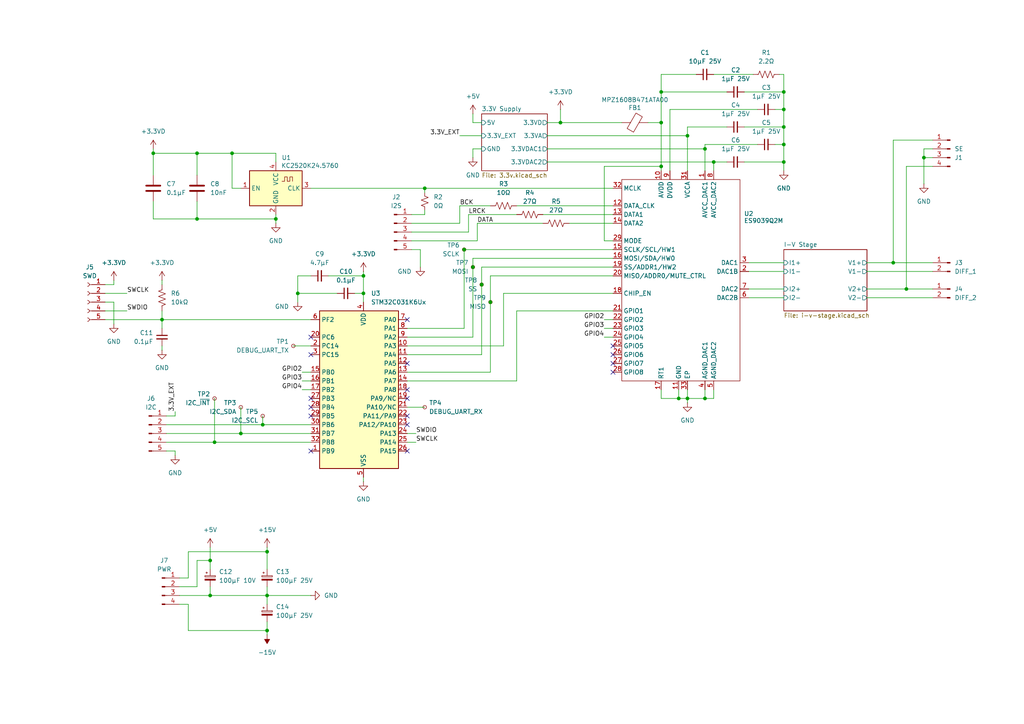
<source format=kicad_sch>
(kicad_sch (version 20231120) (generator "eeschema") (generator_version "8.0")
  (paper "A4")
  (lib_symbols
    (symbol "BW_Active:ES9039Q2M"
      (property "Reference" "U" (at -22.098 34.036 0))
      (property "Value" "ES9039Q2M" (at -22.098 31.75 0))
      (symbol "ES9039Q2M_0_0"
        (pin power_in line (at 5.08 31.75 270) (length 2.54) (name "AVCC_DAC1") (number "1"))
        (pin power_in line (at -7.62 31.75 270) (length 2.54) (name "AVDD") (number "10"))
        (pin power_in line (at -2.54 -31.75 90) (length 2.54) (name "GND") (number "11"))
        (pin bidirectional line (at -21.59 21.59 0) (length 2.54) (name "DATA_CLK") (number "12"))
        (pin bidirectional line (at -21.59 19.05 0) (length 2.54) (name "DATA1") (number "13"))
        (pin input line (at -21.59 16.51 0) (length 2.54) (name "DATA2") (number "14"))
        (pin input line (at -21.59 8.89 0) (length 2.54) (name "SCLK/SCL/HW1") (number "15"))
        (pin input line (at -21.59 6.35 0) (length 2.54) (name "MOSI/SDA/HW0") (number "16"))
        (pin input line (at -7.62 -31.75 90) (length 2.54) (name "RT1") (number "17"))
        (pin input line (at -21.59 -3.81 0) (length 2.54) (name "CHIP_EN") (number "18"))
        (pin input line (at -21.59 3.81 0) (length 2.54) (name "SS/ADDR1/HW2") (number "19"))
        (pin output line (at 17.78 2.54 180) (length 2.54) (name "DAC1B") (number "2"))
        (pin input line (at -21.59 1.27 0) (length 2.54) (name "MISO/ADDR0/MUTE_CTRL") (number "20"))
        (pin bidirectional line (at -21.59 -8.89 0) (length 2.54) (name "GPIO1") (number "21"))
        (pin bidirectional line (at -21.59 -11.43 0) (length 2.54) (name "GPIO2") (number "22"))
        (pin bidirectional line (at -21.59 -13.97 0) (length 2.54) (name "GPIO3") (number "23"))
        (pin bidirectional line (at -21.59 -16.51 0) (length 2.54) (name "GPIO4") (number "24"))
        (pin bidirectional line (at -21.59 -19.05 0) (length 2.54) (name "GPIO5") (number "25"))
        (pin bidirectional line (at -21.59 -21.59 0) (length 2.54) (name "GPIO6") (number "26"))
        (pin bidirectional line (at -21.59 -24.13 0) (length 2.54) (name "GPIO7") (number "27"))
        (pin bidirectional line (at -21.59 -26.67 0) (length 2.54) (name "GPIO8") (number "28"))
        (pin input line (at -21.59 11.43 0) (length 2.54) (name "MODE") (number "29"))
        (pin output line (at 17.78 5.08 180) (length 2.54) (name "DAC1") (number "3"))
        (pin passive line (at -2.54 -31.75 90) (length 2.54) hide (name "GND") (number "30"))
        (pin power_in line (at 0 31.75 270) (length 2.54) (name "VCCA") (number "31"))
        (pin input line (at -21.59 26.67 0) (length 2.54) (name "MCLK") (number "32"))
        (pin passive line (at 0 -31.75 90) (length 2.54) (name "EP") (number "33"))
        (pin power_in line (at 5.08 -31.75 90) (length 2.54) (name "AGND_DAC1") (number "4"))
        (pin power_in line (at 7.62 -31.75 90) (length 2.54) (name "AGND_DAC2") (number "5"))
        (pin output line (at 17.78 -5.08 180) (length 2.54) (name "DAC2B") (number "6"))
        (pin output line (at 17.78 -2.54 180) (length 2.54) (name "DAC2") (number "7"))
        (pin power_in line (at 7.62 31.75 270) (length 2.54) (name "AVCC_DAC2") (number "8"))
        (pin passive line (at -5.08 31.75 270) (length 2.54) (name "DVDD") (number "9"))
      )
      (symbol "ES9039Q2M_0_1"
        (rectangle (start -19.05 29.21) (end 15.24 -29.21))
      )
    )
    (symbol "BW_Active:KC2520K"
      (property "Reference" "U" (at 2.54 12.7 0))
      (property "Value" "KC2520K" (at 6.35 10.16 0))
      (symbol "KC2520K_0_1"
        (rectangle (start -7.62 5.08) (end 7.62 -5.08) (stroke (width 0.254)) (fill (type background)))
      )
      (symbol "KC2520K_1_1"
        (polyline (pts (xy 1.778 2.032) (xy 2.54 2.032) (xy 2.54 3.302) (xy 3.302 3.302) (xy 3.302 2.032) (xy 4.064 2.032) (xy 4.064 3.302) (xy 4.826 3.302) (xy 4.826 2.032)))
        (pin input line (at -10.16 0 0) (length 2.54) (name "EN") (number "1"))
        (pin power_in line (at 0 -7.62 90) (length 2.54) (name "GND") (number "2"))
        (pin output line (at 10.16 0 180) (length 2.54) (name "CLK") (number "3"))
        (pin power_in line (at 0 7.62 270) (length 2.54) (name "VCC") (number "4"))
      )
    )
    (symbol "Connector:Conn_01x02_Pin" (pin_names (offset 1.016) hide)
      (property "Reference" "J" (at 0 2.54 0))
      (property "Value" "Conn_01x02_Pin" (at 0 -5.08 0))
      (symbol "Conn_01x02_Pin_1_1"
        (polyline (pts (xy 1.27 -2.54) (xy 0.8636 -2.54)) (stroke (width 0.1524)))
        (polyline (pts (xy 1.27 0) (xy 0.8636 0)) (stroke (width 0.1524)))
        (rectangle (start 0.8636 -2.413) (end 0 -2.667) (stroke (width 0.1524)) (fill (type outline)))
        (rectangle (start 0.8636 0.127) (end 0 -0.127) (stroke (width 0.1524)) (fill (type outline)))
        (pin passive line (at 5.08 0 180) (length 3.81) (name "Pin_1") (number "1"))
        (pin passive line (at 5.08 -2.54 180) (length 3.81) (name "Pin_2") (number "2"))
      )
    )
    (symbol "Connector:Conn_01x04_Pin" (pin_names (offset 1.016) hide)
      (property "Reference" "J" (at 0 5.08 0))
      (property "Value" "Conn_01x04_Pin" (at 0 -7.62 0))
      (symbol "Conn_01x04_Pin_1_1"
        (polyline (pts (xy 1.27 -5.08) (xy 0.8636 -5.08)) (stroke (width 0.1524)))
        (polyline (pts (xy 1.27 -2.54) (xy 0.8636 -2.54)) (stroke (width 0.1524)))
        (polyline (pts (xy 1.27 0) (xy 0.8636 0)) (stroke (width 0.1524)))
        (polyline (pts (xy 1.27 2.54) (xy 0.8636 2.54)) (stroke (width 0.1524)))
        (rectangle (start 0.8636 -4.953) (end 0 -5.207) (stroke (width 0.1524)) (fill (type outline)))
        (rectangle (start 0.8636 -2.413) (end 0 -2.667) (stroke (width 0.1524)) (fill (type outline)))
        (rectangle (start 0.8636 0.127) (end 0 -0.127) (stroke (width 0.1524)) (fill (type outline)))
        (rectangle (start 0.8636 2.667) (end 0 2.413) (stroke (width 0.1524)) (fill (type outline)))
        (pin passive line (at 5.08 2.54 180) (length 3.81) (name "Pin_1") (number "1"))
        (pin passive line (at 5.08 0 180) (length 3.81) (name "Pin_2") (number "2"))
        (pin passive line (at 5.08 -2.54 180) (length 3.81) (name "Pin_3") (number "3"))
        (pin passive line (at 5.08 -5.08 180) (length 3.81) (name "Pin_4") (number "4"))
      )
    )
    (symbol "Connector:Conn_01x05_Pin" (pin_names (offset 1.016) hide)
      (property "Reference" "J" (at 0 7.62 0))
      (property "Value" "Conn_01x05_Pin" (at 0 -7.62 0))
      (symbol "Conn_01x05_Pin_1_1"
        (polyline (pts (xy 1.27 -5.08) (xy 0.8636 -5.08)) (stroke (width 0.1524)))
        (polyline (pts (xy 1.27 -2.54) (xy 0.8636 -2.54)) (stroke (width 0.1524)))
        (polyline (pts (xy 1.27 0) (xy 0.8636 0)) (stroke (width 0.1524)))
        (polyline (pts (xy 1.27 2.54) (xy 0.8636 2.54)) (stroke (width 0.1524)))
        (polyline (pts (xy 1.27 5.08) (xy 0.8636 5.08)) (stroke (width 0.1524)))
        (rectangle (start 0.8636 -4.953) (end 0 -5.207) (stroke (width 0.1524)) (fill (type outline)))
        (rectangle (start 0.8636 -2.413) (end 0 -2.667) (stroke (width 0.1524)) (fill (type outline)))
        (rectangle (start 0.8636 0.127) (end 0 -0.127) (stroke (width 0.1524)) (fill (type outline)))
        (rectangle (start 0.8636 2.667) (end 0 2.413) (stroke (width 0.1524)) (fill (type outline)))
        (rectangle (start 0.8636 5.207) (end 0 4.953) (stroke (width 0.1524)) (fill (type outline)))
        (pin passive line (at 5.08 5.08 180) (length 3.81) (name "Pin_1") (number "1"))
        (pin passive line (at 5.08 2.54 180) (length 3.81) (name "Pin_2") (number "2"))
        (pin passive line (at 5.08 0 180) (length 3.81) (name "Pin_3") (number "3"))
        (pin passive line (at 5.08 -2.54 180) (length 3.81) (name "Pin_4") (number "4"))
        (pin passive line (at 5.08 -5.08 180) (length 3.81) (name "Pin_5") (number "5"))
      )
    )
    (symbol "Connector:Conn_01x05_Socket" (pin_names (offset 1.016) hide)
      (property "Reference" "J" (at 0 7.62 0))
      (property "Value" "Conn_01x05_Socket" (at 0 -7.62 0))
      (symbol "Conn_01x05_Socket_1_1"
        (arc (start 0 -4.572) (mid -0.5058 -5.08) (end 0 -5.588) (stroke (width 0.1524)))
        (arc (start 0 -2.032) (mid -0.5058 -2.54) (end 0 -3.048) (stroke (width 0.1524)))
        (polyline (pts (xy -1.27 -5.08) (xy -0.508 -5.08)) (stroke (width 0.1524)))
        (polyline (pts (xy -1.27 -2.54) (xy -0.508 -2.54)) (stroke (width 0.1524)))
        (polyline (pts (xy -1.27 0) (xy -0.508 0)) (stroke (width 0.1524)))
        (polyline (pts (xy -1.27 2.54) (xy -0.508 2.54)) (stroke (width 0.1524)))
        (polyline (pts (xy -1.27 5.08) (xy -0.508 5.08)) (stroke (width 0.1524)))
        (arc (start 0 0.508) (mid -0.5058 0) (end 0 -0.508) (stroke (width 0.1524)))
        (arc (start 0 3.048) (mid -0.5058 2.54) (end 0 2.032) (stroke (width 0.1524)))
        (arc (start 0 5.588) (mid -0.5058 5.08) (end 0 4.572) (stroke (width 0.1524)))
        (pin passive line (at -5.08 5.08 0) (length 3.81) (name "Pin_1") (number "1"))
        (pin passive line (at -5.08 2.54 0) (length 3.81) (name "Pin_2") (number "2"))
        (pin passive line (at -5.08 0 0) (length 3.81) (name "Pin_3") (number "3"))
        (pin passive line (at -5.08 -2.54 0) (length 3.81) (name "Pin_4") (number "4"))
        (pin passive line (at -5.08 -5.08 0) (length 3.81) (name "Pin_5") (number "5"))
      )
    )
    (symbol "Connector:TestPoint_Small" (pin_numbers hide) (pin_names (offset 0.762) hide)
      (property "Reference" "TP" (at 0 3.81 0))
      (property "Value" "TestPoint_Small" (at 0 2.032 0))
      (symbol "TestPoint_Small_0_1"
        (circle (center 0 0) (radius 0.508))
      )
      (symbol "TestPoint_Small_1_1"
        (pin passive line (at 0 0 90) (length 0) (name "1") (number "1"))
      )
    )
    (symbol "Device:C" (pin_numbers hide) (pin_names (offset 0.254))
      (property "Reference" "C" (at 0.635 2.54 0))
      (property "Value" "C" (at 0.635 -2.54 0))
      (symbol "C_0_1"
        (polyline (pts (xy -2.032 -0.762) (xy 2.032 -0.762)) (stroke (width 0.508)))
        (polyline (pts (xy -2.032 0.762) (xy 2.032 0.762)) (stroke (width 0.508)))
      )
      (symbol "C_1_1"
        (pin passive line (at 0 3.81 270) (length 2.794) (name "~") (number "1"))
        (pin passive line (at 0 -3.81 90) (length 2.794) (name "~") (number "2"))
      )
    )
    (symbol "Device:C_Polarized_Small" (pin_numbers hide) (pin_names (offset 0.254) hide)
      (property "Reference" "C" (at 0.254 1.778 0))
      (property "Value" "C_Polarized_Small" (at 0.254 -2.032 0))
      (symbol "C_Polarized_Small_0_1"
        (rectangle (start -1.524 -0.3048) (end 1.524 -0.6858) (fill (type outline)))
        (rectangle (start -1.524 0.6858) (end 1.524 0.3048))
        (polyline (pts (xy -1.27 1.524) (xy -0.762 1.524)))
        (polyline (pts (xy -1.016 1.27) (xy -1.016 1.778)))
      )
      (symbol "C_Polarized_Small_1_1"
        (pin passive line (at 0 2.54 270) (length 1.8542) (name "~") (number "1"))
        (pin passive line (at 0 -2.54 90) (length 1.8542) (name "~") (number "2"))
      )
    )
    (symbol "Device:C_Small" (pin_numbers hide) (pin_names (offset 0.254) hide)
      (property "Reference" "C" (at 0.254 1.778 0))
      (property "Value" "C_Small" (at 0.254 -2.032 0))
      (symbol "C_Small_0_1"
        (polyline (pts (xy -1.524 -0.508) (xy 1.524 -0.508)) (stroke (width 0.3302)))
        (polyline (pts (xy -1.524 0.508) (xy 1.524 0.508)) (stroke (width 0.3048)))
      )
      (symbol "C_Small_1_1"
        (pin passive line (at 0 2.54 270) (length 2.032) (name "~") (number "1"))
        (pin passive line (at 0 -2.54 90) (length 2.032) (name "~") (number "2"))
      )
    )
    (symbol "Device:FerriteBead" (pin_numbers hide) (pin_names (offset 0))
      (property "Reference" "FB" (at -3.81 0.635 90))
      (property "Value" "FerriteBead" (at 3.81 0 90))
      (symbol "FerriteBead_0_1"
        (polyline (pts (xy 0 -1.27) (xy 0 -1.2192)))
        (polyline (pts (xy 0 1.27) (xy 0 1.2954)))
        (polyline (pts (xy -2.7686 0.4064) (xy -1.7018 2.2606) (xy 2.7686 -0.3048) (xy 1.6764 -2.159) (xy -2.7686 0.4064)))
      )
      (symbol "FerriteBead_1_1"
        (pin passive line (at 0 3.81 270) (length 2.54) (name "~") (number "1"))
        (pin passive line (at 0 -3.81 90) (length 2.54) (name "~") (number "2"))
      )
    )
    (symbol "Device:R_Small_US" (pin_numbers hide) (pin_names (offset 0.254) hide)
      (property "Reference" "R" (at 0.762 0.508 0))
      (property "Value" "R_Small_US" (at 0.762 -1.016 0))
      (symbol "R_Small_US_1_1"
        (polyline (pts (xy 0 0) (xy 1.016 -0.381) (xy 0 -0.762) (xy -1.016 -1.143) (xy 0 -1.524)))
        (polyline (pts (xy 0 1.524) (xy 1.016 1.143) (xy 0 0.762) (xy -1.016 0.381) (xy 0 0)))
        (pin passive line (at 0 2.54 270) (length 1.016) (name "~") (number "1"))
        (pin passive line (at 0 -2.54 90) (length 1.016) (name "~") (number "2"))
      )
    )
    (symbol "Device:R_US" (pin_numbers hide) (pin_names (offset 0))
      (property "Reference" "R" (at 2.54 0 90))
      (property "Value" "R_US" (at -2.54 0 90))
      (symbol "R_US_0_1"
        (polyline (pts (xy 0 -2.286) (xy 0 -2.54)))
        (polyline (pts (xy 0 2.286) (xy 0 2.54)))
        (polyline (pts (xy 0 -0.762) (xy 1.016 -1.143) (xy 0 -1.524) (xy -1.016 -1.905) (xy 0 -2.286)))
        (polyline (pts (xy 0 0.762) (xy 1.016 0.381) (xy 0 0) (xy -1.016 -0.381) (xy 0 -0.762)))
        (polyline (pts (xy 0 2.286) (xy 1.016 1.905) (xy 0 1.524) (xy -1.016 1.143) (xy 0 0.762)))
      )
      (symbol "R_US_1_1"
        (pin passive line (at 0 3.81 270) (length 1.27) (name "~") (number "1"))
        (pin passive line (at 0 -3.81 90) (length 1.27) (name "~") (number "2"))
      )
    )
    (symbol "MCU_ST_STM32C0:STM32C031K6Ux"
      (property "Reference" "U" (at -10.16 24.13 0))
      (property "Value" "STM32C031K6Ux" (at 5.08 24.13 0))
      (symbol "STM32C031K6Ux_0_1"
        (rectangle (start -10.16 -22.86) (end 12.7 22.86) (stroke (width 0.254)) (fill (type background)))
      )
      (symbol "STM32C031K6Ux_1_1"
        (pin bidirectional line (at -12.7 -17.78 0) (length 2.54) (name "PB9") (number "1"))
        (pin bidirectional line (at 15.24 12.7 180) (length 2.54) (name "PA3") (number "10"))
        (pin bidirectional line (at 15.24 10.16 180) (length 2.54) (name "PA4") (number "11"))
        (pin bidirectional line (at 15.24 7.62 180) (length 2.54) (name "PA5") (number "12"))
        (pin bidirectional line (at 15.24 5.08 180) (length 2.54) (name "PA6") (number "13"))
        (pin bidirectional line (at 15.24 2.54 180) (length 2.54) (name "PA7") (number "14"))
        (pin bidirectional line (at -12.7 5.08 0) (length 2.54) (name "PB0") (number "15"))
        (pin bidirectional line (at -12.7 2.54 0) (length 2.54) (name "PB1") (number "16"))
        (pin bidirectional line (at -12.7 0 0) (length 2.54) (name "PB2") (number "17"))
        (pin bidirectional line (at 15.24 0 180) (length 2.54) (name "PA8") (number "18"))
        (pin bidirectional line (at 15.24 -2.54 180) (length 2.54) (name "PA9/NC") (number "19"))
        (pin bidirectional line (at -12.7 12.7 0) (length 2.54) (name "PC14") (number "2"))
        (pin bidirectional line (at -12.7 15.24 0) (length 2.54) (name "PC6") (number "20"))
        (pin bidirectional line (at 15.24 -5.08 180) (length 2.54) (name "PA10/NC") (number "21"))
        (pin bidirectional line (at 15.24 -7.62 180) (length 2.54) (name "PA11/PA9") (number "22"))
        (pin bidirectional line (at 15.24 -10.16 180) (length 2.54) (name "PA12/PA10") (number "23"))
        (pin bidirectional line (at 15.24 -12.7 180) (length 2.54) (name "PA13") (number "24"))
        (pin bidirectional line (at 15.24 -15.24 180) (length 2.54) (name "PA14") (number "25"))
        (pin bidirectional line (at 15.24 -17.78 180) (length 2.54) (name "PA15") (number "26"))
        (pin bidirectional line (at -12.7 -2.54 0) (length 2.54) (name "PB3") (number "27"))
        (pin bidirectional line (at -12.7 -5.08 0) (length 2.54) (name "PB4") (number "28"))
        (pin bidirectional line (at -12.7 -7.62 0) (length 2.54) (name "PB5") (number "29"))
        (pin bidirectional line (at -12.7 10.16 0) (length 2.54) (name "PC15") (number "3"))
        (pin bidirectional line (at -12.7 -10.16 0) (length 2.54) (name "PB6") (number "30"))
        (pin bidirectional line (at -12.7 -12.7 0) (length 2.54) (name "PB7") (number "31"))
        (pin bidirectional line (at -12.7 -15.24 0) (length 2.54) (name "PB8") (number "32"))
        (pin passive line (at 2.54 -25.4 90) (length 2.54) hide (name "VSS") (number "33"))
        (pin power_in line (at 2.54 25.4 270) (length 2.54) (name "VDD") (number "4"))
        (pin power_in line (at 2.54 -25.4 90) (length 2.54) (name "VSS") (number "5"))
        (pin bidirectional line (at -12.7 20.32 0) (length 2.54) (name "PF2") (number "6"))
        (pin bidirectional line (at 15.24 20.32 180) (length 2.54) (name "PA0") (number "7"))
        (pin bidirectional line (at 15.24 17.78 180) (length 2.54) (name "PA1") (number "8"))
        (pin bidirectional line (at 15.24 15.24 180) (length 2.54) (name "PA2") (number "9"))
      )
    )
    (symbol "power:+15V" (power) (pin_numbers hide) (pin_names (offset 0) hide)
      (property "Value" "+15V" (at 0 3.556 0))
      (symbol "+15V_0_1"
        (polyline (pts (xy -0.762 1.27) (xy 0 2.54)))
        (polyline (pts (xy 0 0) (xy 0 2.54)))
        (polyline (pts (xy 0 2.54) (xy 0.762 1.27)))
      )
      (symbol "+15V_1_1"
        (pin power_in line (at 0 0 90) (length 0) (name "~") (number "1"))
      )
    )
    (symbol "power:+3.3V" (power) (pin_numbers hide) (pin_names (offset 0) hide)
      (property "Value" "+3.3V" (at 0 3.556 0))
      (symbol "+3.3V_0_1"
        (polyline (pts (xy -0.762 1.27) (xy 0 2.54)))
        (polyline (pts (xy 0 0) (xy 0 2.54)))
        (polyline (pts (xy 0 2.54) (xy 0.762 1.27)))
      )
      (symbol "+3.3V_1_1"
        (pin power_in line (at 0 0 90) (length 0) (name "~") (number "1"))
      )
    )
    (symbol "power:+5V" (power) (pin_numbers hide) (pin_names (offset 0) hide)
      (property "Value" "+5V" (at 0 3.556 0))
      (symbol "+5V_0_1"
        (polyline (pts (xy -0.762 1.27) (xy 0 2.54)))
        (polyline (pts (xy 0 0) (xy 0 2.54)))
        (polyline (pts (xy 0 2.54) (xy 0.762 1.27)))
      )
      (symbol "+5V_1_1"
        (pin power_in line (at 0 0 90) (length 0) (name "~") (number "1"))
      )
    )
    (symbol "power:-15V" (power) (pin_numbers hide) (pin_names (offset 0) hide)
      (property "Value" "-15V" (at 0 3.556 0))
      (symbol "-15V_0_0"
        (pin power_in line (at 0 0 90) (length 0) (name "~") (number "1"))
      )
      (symbol "-15V_0_1"
        (polyline (pts (xy 0 0) (xy 0 1.27) (xy 0.762 1.27) (xy 0 2.54) (xy -0.762 1.27) (xy 0 1.27)) (fill (type outline)))
      )
    )
    (symbol "power:GND" (power) (pin_numbers hide) (pin_names (offset 0) hide)
      (property "Value" "GND" (at 0 -3.81 0))
      (symbol "GND_0_1"
        (polyline (pts (xy 0 0) (xy 0 -1.27) (xy 1.27 -1.27) (xy 0 -2.54) (xy -1.27 -1.27) (xy 0 -1.27)))
      )
      (symbol "GND_1_1"
        (pin power_in line (at 0 0 270) (length 0) (name "~") (number "1"))
      )
    )
  )
  (junction (at 227.33 41.91))
  (junction (at 199.39 39.37))
  (junction (at 134.62 72.39))
  (junction (at 137.16 77.47))
  (junction (at 207.01 46.99))
  (junction (at 105.41 80.01))
  (junction (at 46.99 92.71))
  (junction (at 191.77 48.26))
  (junction (at 191.77 35.56))
  (junction (at 199.39 115.57))
  (junction (at 60.96 172.72))
  (junction (at 139.7 82.55))
  (junction (at 227.33 36.83))
  (junction (at 123.19 54.61))
  (junction (at 80.01 63.5))
  (junction (at 77.47 182.88))
  (junction (at 44.45 44.45))
  (junction (at 76.2 123.19))
  (junction (at 86.36 85.09))
  (junction (at 105.41 85.09))
  (junction (at 62.23 128.27))
  (junction (at 69.85 125.73))
  (junction (at 142.24 87.63))
  (junction (at 57.15 44.45))
  (junction (at 204.47 43.18))
  (junction (at 262.89 83.82))
  (junction (at 162.56 35.56))
  (junction (at 227.33 26.67))
  (junction (at 67.31 44.45))
  (junction (at 57.15 63.5))
  (junction (at 259.08 76.2))
  (junction (at 191.77 26.67))
  (junction (at 227.33 31.75))
  (junction (at 204.47 115.57))
  (junction (at 196.85 115.57))
  (junction (at 267.97 45.72))
  (junction (at 60.96 162.56))
  (junction (at 227.33 46.99))
  (junction (at 77.47 160.02))
  (junction (at 77.47 172.72))
  (no_connect (at 90.17 102.87))
  (no_connect (at 90.17 130.81))
  (no_connect (at 118.11 105.41))
  (no_connect (at 177.8 105.41))
  (no_connect (at 90.17 115.57))
  (no_connect (at 177.8 102.87))
  (no_connect (at 118.11 130.81))
  (no_connect (at 118.11 92.71))
  (no_connect (at 90.17 97.79))
  (no_connect (at 177.8 107.95))
  (no_connect (at 90.17 118.11))
  (no_connect (at 118.11 120.65))
  (no_connect (at 118.11 123.19))
  (no_connect (at 90.17 120.65))
  (no_connect (at 118.11 115.57))
  (no_connect (at 118.11 113.03))
  (no_connect (at 177.8 100.33))
  (wire (pts (xy 217.17 86.36) (xy 227.33 86.36)))
  (wire (pts (xy 77.47 158.75) (xy 77.47 160.02)))
  (wire (pts (xy 175.26 69.85) (xy 175.26 48.26)))
  (wire (pts (xy 175.26 48.26) (xy 191.77 48.26)))
  (wire (pts (xy 118.11 97.79) (xy 137.16 97.79)))
  (wire (pts (xy 118.11 102.87) (xy 139.7 102.87)))
  (wire (pts (xy 86.36 80.01) (xy 90.17 80.01)))
  (wire (pts (xy 207.01 46.99) (xy 210.82 46.99)))
  (wire (pts (xy 139.7 77.47) (xy 177.8 77.47)))
  (wire (pts (xy 204.47 41.91) (xy 219.71 41.91)))
  (wire (pts (xy 57.15 58.42) (xy 57.15 63.5)))
  (wire (pts (xy 60.96 172.72) (xy 77.47 172.72)))
  (wire (pts (xy 207.01 115.57) (xy 204.47 115.57)))
  (wire (pts (xy 118.11 110.49) (xy 149.86 110.49)))
  (wire (pts (xy 118.11 118.11) (xy 123.19 118.11)))
  (wire (pts (xy 204.47 49.53) (xy 204.47 43.18)))
  (wire (pts (xy 95.25 80.01) (xy 105.41 80.01)))
  (wire (pts (xy 105.41 80.01) (xy 105.41 85.09)))
  (wire (pts (xy 191.77 49.53) (xy 191.77 48.26)))
  (wire (pts (xy 137.16 35.56) (xy 139.7 35.56)))
  (wire (pts (xy 57.15 50.8) (xy 57.15 44.45)))
  (wire (pts (xy 77.47 172.72) (xy 77.47 175.26)))
  (wire (pts (xy 251.46 78.74) (xy 270.51 78.74)))
  (wire (pts (xy 251.46 86.36) (xy 270.51 86.36)))
  (wire (pts (xy 267.97 43.18) (xy 267.97 45.72)))
  (wire (pts (xy 102.87 85.09) (xy 105.41 85.09)))
  (wire (pts (xy 30.48 92.71) (xy 46.99 92.71)))
  (wire (pts (xy 175.26 92.71) (xy 177.8 92.71)))
  (wire (pts (xy 227.33 41.91) (xy 227.33 46.99)))
  (wire (pts (xy 105.41 78.74) (xy 105.41 80.01)))
  (wire (pts (xy 76.2 120.65) (xy 76.2 123.19)))
  (wire (pts (xy 137.16 43.18) (xy 139.7 43.18)))
  (wire (pts (xy 48.26 125.73) (xy 69.85 125.73)))
  (wire (pts (xy 54.61 175.26) (xy 54.61 182.88)))
  (wire (pts (xy 60.96 162.56) (xy 60.96 165.1)))
  (wire (pts (xy 191.77 35.56) (xy 191.77 26.67)))
  (wire (pts (xy 158.75 46.99) (xy 207.01 46.99)))
  (wire (pts (xy 86.36 85.09) (xy 86.36 80.01)))
  (wire (pts (xy 175.26 97.79) (xy 177.8 97.79)))
  (wire (pts (xy 57.15 162.56) (xy 60.96 162.56)))
  (wire (pts (xy 36.83 85.09) (xy 30.48 85.09)))
  (wire (pts (xy 48.26 120.65) (xy 50.8 120.65)))
  (wire (pts (xy 137.16 77.47) (xy 137.16 74.93)))
  (wire (pts (xy 142.24 80.01) (xy 177.8 80.01)))
  (wire (pts (xy 177.8 69.85) (xy 175.26 69.85)))
  (wire (pts (xy 251.46 83.82) (xy 262.89 83.82)))
  (wire (pts (xy 121.92 72.39) (xy 119.38 72.39)))
  (wire (pts (xy 199.39 113.03) (xy 199.39 115.57)))
  (wire (pts (xy 149.86 59.69) (xy 177.8 59.69)))
  (wire (pts (xy 191.77 48.26) (xy 191.77 35.56)))
  (wire (pts (xy 52.07 172.72) (xy 60.96 172.72)))
  (wire (pts (xy 207.01 21.59) (xy 218.44 21.59)))
  (wire (pts (xy 262.89 83.82) (xy 270.51 83.82)))
  (wire (pts (xy 224.79 31.75) (xy 227.33 31.75)))
  (wire (pts (xy 48.26 128.27) (xy 62.23 128.27)))
  (wire (pts (xy 262.89 48.26) (xy 270.51 48.26)))
  (wire (pts (xy 142.24 87.63) (xy 142.24 80.01)))
  (wire (pts (xy 77.47 182.88) (xy 77.47 180.34)))
  (wire (pts (xy 267.97 45.72) (xy 270.51 45.72)))
  (wire (pts (xy 121.92 72.39) (xy 121.92 77.47)))
  (wire (pts (xy 267.97 45.72) (xy 267.97 53.34)))
  (wire (pts (xy 135.89 62.23) (xy 135.89 67.31)))
  (wire (pts (xy 162.56 31.75) (xy 162.56 35.56)))
  (wire (pts (xy 86.36 87.63) (xy 86.36 85.09)))
  (wire (pts (xy 204.47 43.18) (xy 204.47 41.91)))
  (wire (pts (xy 133.35 64.77) (xy 133.35 59.69)))
  (wire (pts (xy 123.19 54.61) (xy 177.8 54.61)))
  (wire (pts (xy 134.62 72.39) (xy 177.8 72.39)))
  (wire (pts (xy 119.38 67.31) (xy 135.89 67.31)))
  (wire (pts (xy 259.08 40.64) (xy 270.51 40.64)))
  (wire (pts (xy 77.47 170.18) (xy 77.47 172.72)))
  (wire (pts (xy 48.26 130.81) (xy 50.8 130.81)))
  (wire (pts (xy 54.61 160.02) (xy 54.61 167.64)))
  (wire (pts (xy 48.26 123.19) (xy 76.2 123.19)))
  (wire (pts (xy 137.16 43.18) (xy 137.16 45.72)))
  (wire (pts (xy 118.11 95.25) (xy 134.62 95.25)))
  (wire (pts (xy 80.01 46.99) (xy 80.01 44.45)))
  (wire (pts (xy 57.15 63.5) (xy 80.01 63.5)))
  (wire (pts (xy 137.16 33.02) (xy 137.16 35.56)))
  (wire (pts (xy 165.1 64.77) (xy 177.8 64.77)))
  (wire (pts (xy 158.75 35.56) (xy 162.56 35.56)))
  (wire (pts (xy 217.17 83.82) (xy 227.33 83.82)))
  (wire (pts (xy 191.77 26.67) (xy 210.82 26.67)))
  (wire (pts (xy 158.75 43.18) (xy 204.47 43.18)))
  (wire (pts (xy 134.62 95.25) (xy 134.62 72.39)))
  (wire (pts (xy 196.85 113.03) (xy 196.85 115.57)))
  (wire (pts (xy 60.96 170.18) (xy 60.96 172.72)))
  (wire (pts (xy 227.33 31.75) (xy 227.33 36.83)))
  (wire (pts (xy 44.45 58.42) (xy 44.45 63.5)))
  (wire (pts (xy 46.99 92.71) (xy 46.99 95.25)))
  (wire (pts (xy 52.07 175.26) (xy 54.61 175.26)))
  (wire (pts (xy 44.45 43.18) (xy 44.45 44.45)))
  (wire (pts (xy 227.33 46.99) (xy 215.9 46.99)))
  (wire (pts (xy 215.9 26.67) (xy 227.33 26.67)))
  (wire (pts (xy 54.61 160.02) (xy 77.47 160.02)))
  (wire (pts (xy 251.46 76.2) (xy 259.08 76.2)))
  (wire (pts (xy 50.8 130.81) (xy 50.8 132.08)))
  (wire (pts (xy 137.16 97.79) (xy 137.16 77.47)))
  (wire (pts (xy 60.96 158.75) (xy 60.96 162.56)))
  (wire (pts (xy 90.17 54.61) (xy 123.19 54.61)))
  (wire (pts (xy 227.33 49.53) (xy 227.33 46.99)))
  (wire (pts (xy 77.47 160.02) (xy 77.47 165.1)))
  (wire (pts (xy 199.39 36.83) (xy 210.82 36.83)))
  (wire (pts (xy 262.89 48.26) (xy 262.89 83.82)))
  (wire (pts (xy 199.39 115.57) (xy 196.85 115.57)))
  (wire (pts (xy 191.77 115.57) (xy 196.85 115.57)))
  (wire (pts (xy 146.05 100.33) (xy 146.05 85.09)))
  (wire (pts (xy 69.85 118.11) (xy 69.85 125.73)))
  (wire (pts (xy 33.02 87.63) (xy 33.02 93.98)))
  (wire (pts (xy 204.47 113.03) (xy 204.47 115.57)))
  (wire (pts (xy 191.77 21.59) (xy 201.93 21.59)))
  (wire (pts (xy 118.11 125.73) (xy 120.65 125.73)))
  (wire (pts (xy 46.99 92.71) (xy 90.17 92.71)))
  (wire (pts (xy 76.2 123.19) (xy 90.17 123.19)))
  (wire (pts (xy 217.17 76.2) (xy 227.33 76.2)))
  (wire (pts (xy 123.19 60.96) (xy 123.19 62.23)))
  (wire (pts (xy 149.86 110.49) (xy 149.86 90.17)))
  (wire (pts (xy 33.02 82.55) (xy 30.48 82.55)))
  (wire (pts (xy 226.06 21.59) (xy 227.33 21.59)))
  (wire (pts (xy 227.33 36.83) (xy 227.33 41.91)))
  (wire (pts (xy 207.01 113.03) (xy 207.01 115.57)))
  (wire (pts (xy 187.96 35.56) (xy 191.77 35.56)))
  (wire (pts (xy 87.63 107.95) (xy 90.17 107.95)))
  (wire (pts (xy 54.61 182.88) (xy 77.47 182.88)))
  (wire (pts (xy 123.19 62.23) (xy 119.38 62.23)))
  (wire (pts (xy 62.23 115.57) (xy 62.23 128.27)))
  (wire (pts (xy 80.01 62.23) (xy 80.01 63.5)))
  (wire (pts (xy 87.63 110.49) (xy 90.17 110.49)))
  (wire (pts (xy 142.24 107.95) (xy 142.24 87.63)))
  (wire (pts (xy 52.07 170.18) (xy 57.15 170.18)))
  (wire (pts (xy 44.45 44.45) (xy 57.15 44.45)))
  (wire (pts (xy 77.47 182.88) (xy 77.47 184.15)))
  (wire (pts (xy 67.31 54.61) (xy 69.85 54.61)))
  (wire (pts (xy 86.36 85.09) (xy 97.79 85.09)))
  (wire (pts (xy 194.31 31.75) (xy 219.71 31.75)))
  (wire (pts (xy 227.33 26.67) (xy 227.33 31.75)))
  (wire (pts (xy 57.15 170.18) (xy 57.15 162.56)))
  (wire (pts (xy 123.19 54.61) (xy 123.19 55.88)))
  (wire (pts (xy 191.77 113.03) (xy 191.77 115.57)))
  (wire (pts (xy 119.38 64.77) (xy 133.35 64.77)))
  (wire (pts (xy 33.02 81.28) (xy 33.02 82.55)))
  (wire (pts (xy 191.77 21.59) (xy 191.77 26.67)))
  (wire (pts (xy 139.7 102.87) (xy 139.7 82.55)))
  (wire (pts (xy 146.05 85.09) (xy 177.8 85.09)))
  (wire (pts (xy 44.45 44.45) (xy 44.45 50.8)))
  (wire (pts (xy 77.47 172.72) (xy 90.17 172.72)))
  (wire (pts (xy 30.48 87.63) (xy 33.02 87.63)))
  (wire (pts (xy 119.38 69.85) (xy 138.43 69.85)))
  (wire (pts (xy 224.79 41.91) (xy 227.33 41.91)))
  (wire (pts (xy 217.17 78.74) (xy 227.33 78.74)))
  (wire (pts (xy 62.23 128.27) (xy 90.17 128.27)))
  (wire (pts (xy 46.99 90.17) (xy 46.99 92.71)))
  (wire (pts (xy 199.39 49.53) (xy 199.39 39.37)))
  (wire (pts (xy 80.01 63.5) (xy 80.01 64.77)))
  (wire (pts (xy 138.43 64.77) (xy 157.48 64.77)))
  (wire (pts (xy 46.99 100.33) (xy 46.99 101.6)))
  (wire (pts (xy 175.26 95.25) (xy 177.8 95.25)))
  (wire (pts (xy 207.01 49.53) (xy 207.01 46.99)))
  (wire (pts (xy 87.63 113.03) (xy 90.17 113.03)))
  (wire (pts (xy 46.99 81.28) (xy 46.99 82.55)))
  (wire (pts (xy 118.11 107.95) (xy 142.24 107.95)))
  (wire (pts (xy 67.31 44.45) (xy 67.31 54.61)))
  (wire (pts (xy 133.35 59.69) (xy 142.24 59.69)))
  (wire (pts (xy 69.85 125.73) (xy 90.17 125.73)))
  (wire (pts (xy 85.09 100.33) (xy 90.17 100.33)))
  (wire (pts (xy 44.45 63.5) (xy 57.15 63.5)))
  (wire (pts (xy 105.41 85.09) (xy 105.41 87.63)))
  (wire (pts (xy 194.31 49.53) (xy 194.31 31.75)))
  (wire (pts (xy 215.9 36.83) (xy 227.33 36.83)))
  (wire (pts (xy 137.16 74.93) (xy 177.8 74.93)))
  (wire (pts (xy 139.7 82.55) (xy 139.7 77.47)))
  (wire (pts (xy 133.35 39.37) (xy 139.7 39.37)))
  (wire (pts (xy 259.08 40.64) (xy 259.08 76.2)))
  (wire (pts (xy 162.56 35.56) (xy 180.34 35.56)))
  (wire (pts (xy 80.01 44.45) (xy 67.31 44.45)))
  (wire (pts (xy 135.89 62.23) (xy 149.86 62.23)))
  (wire (pts (xy 118.11 128.27) (xy 120.65 128.27)))
  (wire (pts (xy 36.83 90.17) (xy 30.48 90.17)))
  (wire (pts (xy 199.39 39.37) (xy 199.39 36.83)))
  (wire (pts (xy 50.8 120.65) (xy 50.8 119.38)))
  (wire (pts (xy 54.61 167.64) (xy 52.07 167.64)))
  (wire (pts (xy 199.39 115.57) (xy 199.39 116.84)))
  (wire (pts (xy 157.48 62.23) (xy 177.8 62.23)))
  (wire (pts (xy 259.08 76.2) (xy 270.51 76.2)))
  (wire (pts (xy 105.41 138.43) (xy 105.41 139.7)))
  (wire (pts (xy 57.15 44.45) (xy 67.31 44.45)))
  (wire (pts (xy 138.43 69.85) (xy 138.43 64.77)))
  (wire (pts (xy 267.97 43.18) (xy 270.51 43.18)))
  (wire (pts (xy 149.86 90.17) (xy 177.8 90.17)))
  (wire (pts (xy 158.75 39.37) (xy 199.39 39.37)))
  (wire (pts (xy 118.11 100.33) (xy 146.05 100.33)))
  (wire (pts (xy 227.33 21.59) (xy 227.33 26.67)))
  (wire (pts (xy 204.47 115.57) (xy 199.39 115.57)))
  (label "3.3V_EXT" (at 50.8 119.38 90))
  (label "BCK" (at 133.35 59.69 0))
  (label "3.3V_EXT" (at 133.35 39.37 180))
  (label "GPIO2" (at 87.63 107.95 180))
  (label "GPIO3" (at 87.63 110.49 180))
  (label "SWCLK" (at 36.83 85.09 0))
  (label "GPIO3" (at 175.26 95.25 180))
  (label "GPIO4" (at 175.26 97.79 180))
  (label "SWCLK" (at 120.65 128.27 0))
  (label "SWDIO" (at 120.65 125.73 0))
  (label "LRCK" (at 135.89 62.23 0))
  (label "GPIO4" (at 87.63 113.03 180))
  (label "GPIO2" (at 175.26 92.71 180))
  (label "DATA" (at 138.43 64.77 0))
  (label "SWDIO" (at 36.83 90.17 0))
  (symbol (lib_id "Connector:TestPoint_Small") (at 69.85 118.11 0) (mirror y) (unit 1)
    (property "Reference" "TP3" (at 68.58 116.8399 0) (effects (justify left)))
    (property "Value" "I2C_SDA" (at 68.58 119.3799 0) (effects (justify left)))
    (property "Footprint" "BW_PassiveMechanical:TP_0603_1608Metric_Fused" (effects (hide yes)))
    (property "Description" "test point" (effects (hide yes)))
  )
  (symbol (lib_id "power:GND") (at 80.01 64.77 0) (unit 1)
    (property "Reference" "#PWR07" (effects (hide yes)))
    (property "Value" "GND" (at 80.01 69.85 0))
    (property "Description" "Power symbol creates a global label with name \"GND\" , ground" (effects (hide yes)))
  )
  (symbol (lib_id "Connector:Conn_01x02_Pin") (at 275.59 76.2 0) (mirror y) (unit 1)
    (property "Reference" "J3" (at 276.86 76.1999 0) (effects (justify right)))
    (property "Value" "DIFF_1" (at 276.86 78.7399 0) (effects (justify right)))
    (property "Footprint" "BW_Connectors:Amphenol_MINITEK_0.8_2P_V" (effects (hide yes)))
    (property "Description" "Generic connector, single row, 01x02, script generated" (effects (hide yes)))
  )
  (symbol (lib_id "Connector:TestPoint_Small") (at 142.24 87.63 0) (mirror y) (unit 1)
    (property "Reference" "TP9" (at 140.97 86.3599 0) (effects (justify left)))
    (property "Value" "MISO" (at 140.97 88.8999 0) (effects (justify left)))
    (property "Footprint" "BW_PassiveMechanical:TP_0603_1608Metric_Fused" (effects (hide yes)))
    (property "Description" "test point" (effects (hide yes)))
  )
  (symbol (lib_id "Device:C_Polarized_Small") (at 60.96 167.64 0) (unit 1)
    (property "Reference" "C12" (at 63.5 165.8238 0) (effects (justify left)))
    (property "Value" "100µF 10V" (at 63.5 168.3638 0) (effects (justify left)))
    (property "Footprint" "Capacitor_THT:CP_Radial_D6.3mm_P2.50mm" (effects (hide yes)))
    (property "Description" "Polarized capacitor, small symbol" (effects (hide yes)))
  )
  (symbol (lib_id "Device:R_Small_US") (at 123.19 58.42 180) (unit 1)
    (property "Reference" "R2" (at 125.73 57.1499 0) (effects (justify right)))
    (property "Value" "0Ω" (at 125.73 59.6899 0) (effects (justify right)))
    (property "Footprint" "Resistor_SMD:R_0603_1608Metric" (effects (hide yes)))
    (property "Description" "Resistor, small US symbol" (effects (hide yes)))
  )
  (symbol (lib_id "power:+3.3V") (at 105.41 78.74 0) (mirror y) (unit 1)
    (property "Reference" "#PWR09" (effects (hide yes)))
    (property "Value" "+3.3VD" (at 105.41 73.66 0))
    (property "Description" "Power symbol creates a global label with name \"+3.3V\"" (effects (hide yes)))
  )
  (symbol (lib_id "BW_Active:ES9039Q2M") (at 199.39 81.28 0) (unit 1)
    (property "Reference" "U2" (at 217.17 61.976 0))
    (property "Value" "ES9039Q2M" (at 221.488 64.008 0))
    (property "Footprint" "BW_Active:QFN-32-1EP_5x5mm_P0.5mm_EP3.2x3.2mm" (effects (hide yes)))
    (property "Datasheet" "https://www.esstech.com/wp-content/uploads/2023/03/ES9039Q2M_Datasheet_v0.1.3.pdf" (effects (hide yes)))
    (property "Description" "High performance 32-bit 2-channel audio DAC" (effects (hide yes)))
  )
  (symbol (lib_id "Device:R_US") (at 222.25 21.59 270) (unit 1)
    (property "Reference" "R1" (at 222.25 15.24 90))
    (property "Value" "2.2Ω" (at 222.25 17.78 90))
    (property "Footprint" "Resistor_SMD:R_0603_1608Metric" (effects (hide yes)))
    (property "Description" "Resistor, US symbol" (effects (hide yes)))
  )
  (symbol (lib_id "power:+5V") (at 60.96 158.75 0) (unit 1)
    (property "Reference" "#PWR018" (effects (hide yes)))
    (property "Value" "+5V" (at 60.96 153.67 0))
    (property "Description" "Power symbol creates a global label with name \"+5V\"" (effects (hide yes)))
  )
  (symbol (lib_id "power:GND") (at 267.97 53.34 0) (unit 1)
    (property "Reference" "#PWR06" (effects (hide yes)))
    (property "Value" "GND" (at 267.97 58.42 0))
    (property "Description" "Power symbol creates a global label with name \"GND\" , ground" (effects (hide yes)))
  )
  (symbol (lib_id "Connector:Conn_01x04_Pin") (at 46.99 170.18 0) (unit 1)
    (property "Reference" "J7" (at 47.625 162.56 0))
    (property "Value" "PWR" (at 47.625 165.1 0))
    (property "Footprint" "BW_Connectors:Amphenol_MINITEK_WTB_1.25_4P_V" (effects (hide yes)))
    (property "Description" "Generic connector, single row, 01x04, script generated" (effects (hide yes)))
  )
  (symbol (lib_id "Connector:Conn_01x02_Pin") (at 275.59 83.82 0) (mirror y) (unit 1)
    (property "Reference" "J4" (at 276.86 83.8199 0) (effects (justify right)))
    (property "Value" "DIFF_2" (at 276.86 86.3599 0) (effects (justify right)))
    (property "Footprint" "BW_Connectors:Amphenol_MINITEK_0.8_2P_V" (effects (hide yes)))
    (property "Description" "Generic connector, single row, 01x02, script generated" (effects (hide yes)))
  )
  (symbol (lib_id "power:GND") (at 199.39 116.84 0) (unit 1)
    (property "Reference" "#PWR015" (effects (hide yes)))
    (property "Value" "GND" (at 199.39 121.92 0))
    (property "Description" "Power symbol creates a global label with name \"GND\" , ground" (effects (hide yes)))
  )
  (symbol (lib_id "power:GND") (at 137.16 45.72 0) (unit 1)
    (property "Reference" "#PWR04" (effects (hide yes)))
    (property "Value" "GND" (at 137.16 50.8 0))
    (property "Description" "Power symbol creates a global label with name \"GND\" , ground" (effects (hide yes)))
  )
  (symbol (lib_id "power:-15V") (at 77.47 184.15 180) (unit 1)
    (property "Reference" "#PWR021" (effects (hide yes)))
    (property "Value" "-15V" (at 77.47 189.23 0))
    (property "Description" "Power symbol creates a global label with name \"-15V\"" (effects (hide yes)))
  )
  (symbol (lib_id "Device:FerriteBead") (at 184.15 35.56 90) (unit 1)
    (property "Reference" "FB1" (at 184.15 31.242 90))
    (property "Value" "MPZ1608B471ATA00" (at 184.15 28.956 90))
    (property "Footprint" "Inductor_SMD:L_0603_1608Metric" (effects (hide yes)))
    (property "Description" "Ferrite bead" (effects (hide yes)))
  )
  (symbol (lib_id "Device:C_Small") (at 46.99 97.79 0) (mirror y) (unit 1)
    (property "Reference" "C11" (at 44.45 96.5262 0) (effects (justify left)))
    (property "Value" "0.1µF" (at 44.45 99.0662 0) (effects (justify left)))
    (property "Footprint" "Capacitor_SMD:C_0603_1608Metric" (effects (hide yes)))
    (property "Description" "Unpolarized capacitor, small symbol" (effects (hide yes)))
  )
  (symbol (lib_id "power:GND") (at 105.41 139.7 0) (unit 1)
    (property "Reference" "#PWR017" (effects (hide yes)))
    (property "Value" "GND" (at 105.41 144.78 0))
    (property "Description" "Power symbol creates a global label with name \"GND\" , ground" (effects (hide yes)))
  )
  (symbol (lib_id "Device:C_Small") (at 213.36 36.83 90) (unit 1)
    (property "Reference" "C4" (at 213.3663 30.48 90))
    (property "Value" "1µF 25V" (at 213.3663 33.02 90))
    (property "Footprint" "Capacitor_SMD:C_0603_1608Metric" (effects (hide yes)))
    (property "Description" "Unpolarized capacitor, small symbol" (effects (hide yes)))
  )
  (symbol (lib_id "Connector:TestPoint_Small") (at 76.2 120.65 0) (mirror y) (unit 1)
    (property "Reference" "TP5" (at 74.93 119.3799 0) (effects (justify left)))
    (property "Value" "I2C_SCL" (at 74.93 121.9199 0) (effects (justify left)))
    (property "Footprint" "BW_PassiveMechanical:TP_0603_1608Metric_Fused" (effects (hide yes)))
    (property "Description" "test point" (effects (hide yes)))
  )
  (symbol (lib_id "Connector:Conn_01x04_Pin") (at 275.59 43.18 0) (mirror y) (unit 1)
    (property "Reference" "J1" (at 276.86 45.7201 0) (effects (justify right)))
    (property "Value" "SE" (at 276.86 43.1801 0) (effects (justify right)))
    (property "Footprint" "BW_Connectors:Amphenol_MINITEK_0.8_4P_V" (effects (hide yes)))
    (property "Description" "Generic connector, single row, 01x04, script generated" (effects (hide yes)))
  )
  (symbol (lib_id "Device:C_Small") (at 92.71 80.01 90) (unit 1)
    (property "Reference" "C9" (at 92.7163 73.66 90))
    (property "Value" "4.7µF" (at 92.7163 76.2 90))
    (property "Footprint" "Capacitor_SMD:C_0603_1608Metric" (effects (hide yes)))
    (property "Description" "Unpolarized capacitor, small symbol" (effects (hide yes)))
  )
  (symbol (lib_id "Connector:TestPoint_Small") (at 139.7 82.55 0) (mirror y) (unit 1)
    (property "Reference" "TP8" (at 138.43 81.2799 0) (effects (justify left)))
    (property "Value" "SS" (at 138.43 83.8199 0) (effects (justify left)))
    (property "Footprint" "BW_PassiveMechanical:TP_0603_1608Metric_Fused" (effects (hide yes)))
    (property "Description" "test point" (effects (hide yes)))
  )
  (symbol (lib_id "Device:C_Polarized_Small") (at 77.47 167.64 0) (unit 1)
    (property "Reference" "C13" (at 80.01 165.8238 0) (effects (justify left)))
    (property "Value" "100µF 25V" (at 80.01 168.3638 0) (effects (justify left)))
    (property "Footprint" "Capacitor_SMD:CP_Elec_6.3x5.9" (effects (hide yes)))
    (property "Description" "Polarized capacitor, small symbol" (effects (hide yes)))
  )
  (symbol (lib_id "power:+15V") (at 77.47 158.75 0) (unit 1)
    (property "Reference" "#PWR019" (effects (hide yes)))
    (property "Value" "+15V" (at 77.47 153.67 0))
    (property "Description" "Power symbol creates a global label with name \"+15V\"" (effects (hide yes)))
  )
  (symbol (lib_id "power:GND") (at 86.36 87.63 0) (unit 1)
    (property "Reference" "#PWR012" (effects (hide yes)))
    (property "Value" "GND" (at 83.82 88.8999 0) (effects (justify right)))
    (property "Description" "Power symbol creates a global label with name \"GND\" , ground" (effects (hide yes)))
  )
  (symbol (lib_id "Device:R_US") (at 146.05 59.69 90) (unit 1)
    (property "Reference" "R3" (at 146.05 53.34 90))
    (property "Value" "10Ω" (at 146.05 55.88 90))
    (property "Footprint" "Resistor_SMD:R_0603_1608Metric" (effects (hide yes)))
    (property "Description" "Resistor, US symbol" (effects (hide yes)))
  )
  (symbol (lib_id "power:+3.3V") (at 33.02 81.28 0) (mirror y) (unit 1)
    (property "Reference" "#PWR010" (effects (hide yes)))
    (property "Value" "+3.3VD" (at 33.02 76.2 0))
    (property "Description" "Power symbol creates a global label with name \"+3.3V\"" (effects (hide yes)))
  )
  (symbol (lib_id "Device:R_US") (at 153.67 62.23 90) (unit 1)
    (property "Reference" "R4" (at 153.67 55.88 90))
    (property "Value" "27Ω" (at 153.67 58.42 90))
    (property "Footprint" "Resistor_SMD:R_0603_1608Metric" (effects (hide yes)))
    (property "Description" "Resistor, US symbol" (effects (hide yes)))
  )
  (symbol (lib_id "power:+5V") (at 137.16 33.02 0) (unit 1)
    (property "Reference" "#PWR02" (effects (hide yes)))
    (property "Value" "+5V" (at 137.16 27.94 0))
    (property "Description" "Power symbol creates a global label with name \"+5V\"" (effects (hide yes)))
  )
  (symbol (lib_id "BW_Active:KC2520K") (at 80.01 54.61 0) (unit 1)
    (property "Reference" "U1" (at 83.058 45.72 0))
    (property "Value" "KC2520K24.5760" (at 89.916 48.0374 0))
    (property "Footprint" "Oscillator:Oscillator_SMD_Kyocera_KC2520Z-4Pin_2.5x2.0mm" (effects (hide yes)))
    (property "Datasheet" "https://ele.kyocera.com/assets/products/crystal-device/clock_k_e.pdf" (effects (hide yes)))
    (property "Description" "1.5MHz ~ 160MHz Crystal Oscillator, 2.5x2.0mm" (effects (hide yes)))
  )
  (symbol (lib_id "Connector:Conn_01x05_Pin") (at 114.3 67.31 0) (unit 1)
    (property "Reference" "J2" (at 114.935 57.15 0))
    (property "Value" "I2S" (at 114.935 59.69 0))
    (property "Footprint" "BW_Connectors:Amphenol_MINITEK_WTB_1.25_5P_V" (effects (hide yes)))
    (property "Description" "Generic connector, single row, 01x05, script generated" (effects (hide yes)))
  )
  (symbol (lib_id "power:GND") (at 90.17 172.72 90) (unit 1)
    (property "Reference" "#PWR020" (effects (hide yes)))
    (property "Value" "GND" (at 93.98 172.7199 90) (effects (justify right)))
    (property "Description" "Power symbol creates a global label with name \"GND\" , ground" (effects (hide yes)))
  )
  (symbol (lib_id "power:GND") (at 46.99 101.6 0) (mirror y) (unit 1)
    (property "Reference" "#PWR014" (effects (hide yes)))
    (property "Value" "GND" (at 46.99 106.68 0))
    (property "Description" "Power symbol creates a global label with name \"GND\" , ground" (effects (hide yes)))
  )
  (symbol (lib_id "Device:C_Small") (at 100.33 85.09 90) (unit 1)
    (property "Reference" "C10" (at 100.3363 78.74 90))
    (property "Value" "0.1µF" (at 100.3363 81.28 90))
    (property "Footprint" "Capacitor_SMD:C_0603_1608Metric" (effects (hide yes)))
    (property "Description" "Unpolarized capacitor, small symbol" (effects (hide yes)))
  )
  (symbol (lib_id "power:GND") (at 33.02 93.98 0) (mirror y) (unit 1)
    (property "Reference" "#PWR013" (effects (hide yes)))
    (property "Value" "GND" (at 33.02 99.06 0))
    (property "Description" "Power symbol creates a global label with name \"GND\" , ground" (effects (hide yes)))
  )
  (symbol (lib_id "Connector:TestPoint_Small") (at 134.62 72.39 0) (mirror y) (unit 1)
    (property "Reference" "TP6" (at 133.35 71.1199 0) (effects (justify left)))
    (property "Value" "SCLK" (at 133.35 73.6599 0) (effects (justify left)))
    (property "Footprint" "BW_PassiveMechanical:TP_0603_1608Metric_Fused" (effects (hide yes)))
    (property "Description" "test point" (effects (hide yes)))
  )
  (symbol (lib_id "Device:C") (at 44.45 54.61 0) (unit 1)
    (property "Reference" "C7" (at 48.26 53.3399 0) (effects (justify left)))
    (property "Value" "0.1µF" (at 48.26 55.8799 0) (effects (justify left)))
    (property "Footprint" "Capacitor_SMD:C_0603_1608Metric" (effects (hide yes)))
    (property "Description" "Unpolarized capacitor" (effects (hide yes)))
  )
  (symbol (lib_id "power:+3.3V") (at 44.45 43.18 0) (unit 1)
    (property "Reference" "#PWR03" (effects (hide yes)))
    (property "Value" "+3.3VD" (at 44.45 38.1 0))
    (property "Description" "Power symbol creates a global label with name \"+3.3V\"" (effects (hide yes)))
  )
  (symbol (lib_id "Connector:Conn_01x05_Socket") (at 25.4 87.63 0) (mirror y) (unit 1)
    (property "Reference" "J5" (at 26.035 77.47 0))
    (property "Value" "SWD" (at 26.035 80.01 0))
    (property "Footprint" "Connector_PinSocket_1.27mm:PinSocket_1x05_P1.27mm_Vertical_SMD_Pin1Right" (effects (hide yes)))
    (property "Description" "Generic connector, single row, 01x05, script generated" (effects (hide yes)))
  )
  (symbol (lib_id "Device:C_Small") (at 213.36 26.67 90) (unit 1)
    (property "Reference" "C2" (at 213.3663 20.32 90))
    (property "Value" "1µF 25V" (at 213.3663 22.86 90))
    (property "Footprint" "Capacitor_SMD:C_0603_1608Metric" (effects (hide yes)))
    (property "Description" "Unpolarized capacitor, small symbol" (effects (hide yes)))
  )
  (symbol (lib_id "power:GND") (at 121.92 77.47 0) (unit 1)
    (property "Reference" "#PWR08" (effects (hide yes)))
    (property "Value" "GND" (at 119.38 78.7399 0) (effects (justify right)))
    (property "Description" "Power symbol creates a global label with name \"GND\" , ground" (effects (hide yes)))
  )
  (symbol (lib_id "Device:C_Small") (at 204.47 21.59 90) (unit 1)
    (property "Reference" "C1" (at 204.4763 15.24 90))
    (property "Value" "10µF 25V" (at 204.4763 17.78 90))
    (property "Footprint" "Capacitor_SMD:C_0805_2012Metric" (effects (hide yes)))
    (property "Description" "Unpolarized capacitor, small symbol" (effects (hide yes)))
  )
  (symbol (lib_id "Device:R_US") (at 161.29 64.77 90) (unit 1)
    (property "Reference" "R5" (at 161.29 58.42 90))
    (property "Value" "27Ω" (at 161.29 60.96 90))
    (property "Footprint" "Resistor_SMD:R_0603_1608Metric" (effects (hide yes)))
    (property "Description" "Resistor, US symbol" (effects (hide yes)))
  )
  (symbol (lib_id "Connector:TestPoint_Small") (at 123.19 118.11 0) (mirror y) (unit 1)
    (property "Reference" "TP4" (at 124.46 116.8399 0) (effects (justify right)))
    (property "Value" "DEBUG_UART_RX" (at 124.46 119.3799 0) (effects (justify right)))
    (property "Footprint" "BW_PassiveMechanical:TP_0603_1608Metric_Fused" (effects (hide yes)))
    (property "Description" "test point" (effects (hide yes)))
  )
  (symbol (lib_id "Connector:TestPoint_Small") (at 85.09 100.33 0) (mirror x) (unit 1)
    (property "Reference" "TP1" (at 83.82 99.0599 0) (effects (justify right)))
    (property "Value" "DEBUG_UART_TX" (at 83.82 101.5999 0) (effects (justify right)))
    (property "Footprint" "BW_PassiveMechanical:TP_0603_1608Metric_Fused" (effects (hide yes)))
    (property "Description" "test point" (effects (hide yes)))
  )
  (symbol (lib_id "Device:C_Small") (at 222.25 31.75 90) (unit 1)
    (property "Reference" "C3" (at 222.2563 25.4 90))
    (property "Value" "1µF 25V" (at 222.2563 27.94 90))
    (property "Footprint" "Capacitor_SMD:C_0603_1608Metric" (effects (hide yes)))
    (property "Description" "Unpolarized capacitor, small symbol" (effects (hide yes)))
  )
  (symbol (lib_id "power:+3.3V") (at 46.99 81.28 0) (mirror y) (unit 1)
    (property "Reference" "#PWR011" (effects (hide yes)))
    (property "Value" "+3.3VD" (at 46.99 76.2 0))
    (property "Description" "Power symbol creates a global label with name \"+3.3V\"" (effects (hide yes)))
  )
  (symbol (lib_id "power:GND") (at 227.33 49.53 0) (unit 1)
    (property "Reference" "#PWR05" (effects (hide yes)))
    (property "Value" "GND" (at 227.33 54.61 0))
    (property "Description" "Power symbol creates a global label with name \"GND\" , ground" (effects (hide yes)))
  )
  (symbol (lib_id "power:GND") (at 50.8 132.08 0) (mirror y) (unit 1)
    (property "Reference" "#PWR016" (effects (hide yes)))
    (property "Value" "GND" (at 50.8 137.16 0))
    (property "Description" "Power symbol creates a global label with name \"GND\" , ground" (effects (hide yes)))
  )
  (symbol (lib_id "MCU_ST_STM32C0:STM32C031K6Ux") (at 102.87 113.03 0) (unit 1)
    (property "Reference" "U3" (at 107.6041 85.09 0) (effects (justify left)))
    (property "Value" "STM32C031K6Ux" (at 107.6041 87.63 0) (effects (justify left)))
    (property "Footprint" "Package_DFN_QFN:QFN-32-1EP_5x5mm_P0.5mm_EP3.45x3.45mm" (effects (hide yes)))
    (property "Datasheet" "https://www.st.com/resource/en/datasheet/stm32c031k6.pdf" (effects (hide yes)))
    (property "Description" "STMicroelectronics Arm Cortex-M0+ MCU, 32KB flash, 12KB RAM, 48 MHz, 2.0-3.6V, 30 GPIO, UFQFPN32" (effects (hide yes)))
  )
  (symbol (lib_id "Connector:Conn_01x05_Pin") (at 43.18 125.73 0) (unit 1)
    (property "Reference" "J6" (at 43.815 115.57 0))
    (property "Value" "I2C" (at 43.815 118.11 0))
    (property "Footprint" "BW_Connectors:Amphenol_MINITEK_WTB_1.25_5P_V" (effects (hide yes)))
    (property "Description" "Generic connector, single row, 01x05, script generated" (effects (hide yes)))
  )
  (symbol (lib_id "Connector:TestPoint_Small") (at 62.23 115.57 0) (mirror y) (unit 1)
    (property "Reference" "TP2" (at 60.96 114.2999 0) (effects (justify left)))
    (property "Value" "I2C_~{INT}" (at 60.96 116.8399 0) (effects (justify left)))
    (property "Footprint" "BW_PassiveMechanical:TP_0603_1608Metric_Fused" (effects (hide yes)))
    (property "Description" "test point" (effects (hide yes)))
  )
  (symbol (lib_id "Device:C_Small") (at 213.36 46.99 90) (unit 1)
    (property "Reference" "C6" (at 213.3663 40.64 90))
    (property "Value" "1µF 25V" (at 213.3663 43.18 90))
    (property "Footprint" "Capacitor_SMD:C_0603_1608Metric" (effects (hide yes)))
    (property "Description" "Unpolarized capacitor, small symbol" (effects (hide yes)))
  )
  (symbol (lib_id "Device:C") (at 57.15 54.61 0) (unit 1)
    (property "Reference" "C8" (at 60.96 53.3399 0) (effects (justify left)))
    (property "Value" "10nF" (at 60.96 55.8799 0) (effects (justify left)))
    (property "Footprint" "Capacitor_SMD:C_0603_1608Metric" (effects (hide yes)))
    (property "Description" "Unpolarized capacitor" (effects (hide yes)))
  )
  (symbol (lib_id "Device:C_Small") (at 222.25 41.91 90) (unit 1)
    (property "Reference" "C5" (at 222.2563 35.56 90))
    (property "Value" "1µF 25V" (at 222.2563 38.1 90))
    (property "Footprint" "Capacitor_SMD:C_0603_1608Metric" (effects (hide yes)))
    (property "Description" "Unpolarized capacitor, small symbol" (effects (hide yes)))
  )
  (symbol (lib_id "power:+3.3V") (at 162.56 31.75 0) (unit 1)
    (property "Reference" "#PWR01" (effects (hide yes)))
    (property "Value" "+3.3VD" (at 162.56 26.67 0))
    (property "Description" "Power symbol creates a global label with name \"+3.3V\"" (effects (hide yes)))
  )
  (symbol (lib_id "Device:C_Polarized_Small") (at 77.47 177.8 0) (unit 1)
    (property "Reference" "C14" (at 80.01 175.9838 0) (effects (justify left)))
    (property "Value" "100µF 25V" (at 80.01 178.5238 0) (effects (justify left)))
    (property "Footprint" "Capacitor_SMD:CP_Elec_6.3x5.9" (effects (hide yes)))
    (property "Description" "Polarized capacitor, small symbol" (effects (hide yes)))
  )
  (symbol (lib_id "Connector:TestPoint_Small") (at 137.16 77.47 0) (mirror y) (unit 1)
    (property "Reference" "TP7" (at 135.89 76.1999 0) (effects (justify left)))
    (property "Value" "MOSI" (at 135.89 78.7399 0) (effects (justify left)))
    (property "Footprint" "BW_PassiveMechanical:TP_0603_1608Metric_Fused" (effects (hide yes)))
    (property "Description" "test point" (effects (hide yes)))
  )
  (symbol (lib_id "Device:R_US") (at 46.99 86.36 0) (mirror y) (unit 1)
    (property "Reference" "R6" (at 49.53 85.0899 0) (effects (justify right)))
    (property "Value" "10kΩ" (at 49.53 87.6299 0) (effects (justify right)))
    (property "Footprint" "Resistor_SMD:R_0603_1608Metric" (effects (hide yes)))
    (property "Description" "Resistor, US symbol" (effects (hide yes)))
  )
  (sheet (at 139.7 33.02) (size 19.05 16.51) (stroke (width 0.1524))
    (property "Sheetname" "3.3V Supply" (at 139.7 32.3084 0) (effects (justify left bottom)))
    (property "Sheetfile" "3.3v.kicad_sch" (at 139.7 50.1146 0) (effects (justify left top)))
    (pin "5V" input (at 139.7 35.56 180))
    (pin "GND" input (at 139.7 43.18 180))
    (pin "3.3VDAC2" output (at 158.75 46.99 0))
    (pin "3.3VD" output (at 158.75 35.56 0))
    (pin "3.3VA" output (at 158.75 39.37 0))
    (pin "3.3VDAC1" output (at 158.75 43.18 0))
    (pin "3.3V_EXT" input (at 139.7 39.37 180))
  )
  (sheet (at 227.33 72.39) (size 24.13 17.78) (stroke (width 0.1524))
    (property "Sheetname" "I-V Stage" (at 227.33 71.6784 0) (effects (justify left bottom)))
    (property "Sheetfile" "i-v-stage.kicad_sch" (at 227.33 90.7546 0) (effects (justify left top)))
    (pin "V2+" output (at 251.46 83.82 0))
    (pin "V2-" output (at 251.46 86.36 0))
    (pin "I2+" input (at 227.33 83.82 180))
    (pin "I2-" input (at 227.33 86.36 180))
    (pin "V1-" output (at 251.46 78.74 0))
    (pin "V1+" output (at 251.46 76.2 0))
    (pin "I1-" input (at 227.33 78.74 180))
    (pin "I1+" input (at 227.33 76.2 180))
  )
)
</source>
